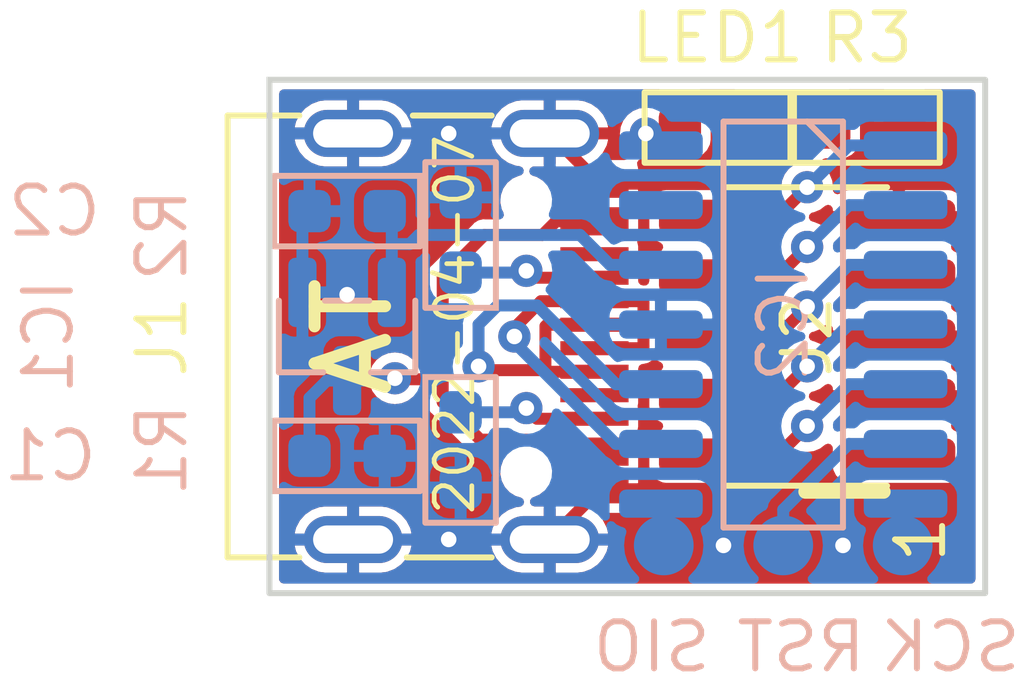
<source format=kicad_pcb>
(kicad_pcb (version 20211014) (generator pcbnew)
  (layers (0 "F.Cu" signal) (31 "B.Cu" signal) (34 "B.Paste" user) (35 "F.Paste" user) (36 "B.SilkS" user "B.Silkscreen") (37 "F.SilkS" user "F.Silkscreen") (38 "B.Mask" user) (39 "F.Mask" user) (44 "Edge.Cuts" user))
  (net 0 "")
  (net 1 "+3V3")
  (net 2 "VBUS")
  (net 3 "/USB_DP")
  (net 4 "/USB_DM")
  (net 5 "/DBG_RESET")
  (net 6 "/DBG_SWCLK")
  (net 7 "/DBG_SWDIO")
  (net 8 "/RESET")
  (net 10 "/DAP_STATUS")
  (net 11 "GND")
  (net 12 "Net-(LED1-Pad2)")
  (net 13 "/SWDIO{slash}TMS")
  (net 14 "/SWCLK{slash}TCK")
  (net 15 "/TDI")
  (net 16 "/TDO")
  (net 17 "Net-(J1-PadCC1)")
  (net 18 "Net-(J1-PadCC2)")
  (footprint "ataradov_smd:0603" (layer "F.Cu") (at 39.624 44.323)
    (fp_text reference "R3" (at 0 -1.905) (layer "F.SilkS") (effects (font (thickness 0.127))))
    (fp_text value "20K")
    (fp_rect (start -1.55 -0.75) (end 1.55 0.75) (layer "F.SilkS") (width 0.127) (fill none))
    (pad "1" smd roundrect (at 0.8 0 90) (size 0.9 0.9) (layers "F.Cu" "F.Paste" "F.Mask") (net 11 "GND"))
    (pad "2" smd roundrect (at -0.8 0 90) (size 0.9 0.9) (layers "F.Cu" "F.Paste" "F.Mask") (net 12 "Net-(LED1-Pad2)"))
  )
  (footprint "ataradov_conn:Header-5x2-1.27mm-SMD" (layer "F.Cu") (at 38.354 48.768 90)
    (fp_text reference "J2" (at 0 0 90) (layer "F.SilkS") (effects (font (thickness 0.127))))
    (fp_text value "Conn-5x2" hide)
    (fp_line (start -3.175 -1.7) (end -3.175 1.7) (layer "F.SilkS") (width 0.127))
    (fp_line (start -3.302 -0.0372) (end -3.302 1.6256) (layer "F.SilkS") (width 0.3))
    (fp_line (start 3.175 -1.7) (end 3.175 1.7) (layer "F.SilkS") (width 0.127))
    (pad "1" smd roundrect (at -2.54 1.95 90) (size 0.74 2.4) (layers "F.Cu" "F.Paste" "F.Mask"))
    (pad "2" smd roundrect (at -2.54 -1.95 90) (size 0.74 2.4) (layers "F.Cu" "F.Paste" "F.Mask") (net 13 "/SWDIO{slash}TMS"))
    (pad "3" smd roundrect (at -1.27 1.95 90) (size 0.74 2.4) (layers "F.Cu" "F.Paste" "F.Mask") (net 11 "GND"))
    (pad "4" smd roundrect (at -1.27 -1.95 90) (size 0.74 2.4) (layers "F.Cu" "F.Paste" "F.Mask") (net 14 "/SWCLK{slash}TCK"))
    (pad "5" smd roundrect (at 0 1.95 90) (size 0.74 2.4) (layers "F.Cu" "F.Paste" "F.Mask") (net 11 "GND"))
    (pad "6" smd roundrect (at 0 -1.95 90) (size 0.74 2.4) (layers "F.Cu" "F.Paste" "F.Mask") (net 16 "/TDO"))
    (pad "7" smd roundrect (at 1.27 1.95 90) (size 0.74 2.4) (layers "F.Cu" "F.Paste" "F.Mask"))
    (pad "8" smd roundrect (at 1.27 -1.95 90) (size 0.74 2.4) (layers "F.Cu" "F.Paste" "F.Mask") (net 15 "/TDI"))
    (pad "9" smd roundrect (at 2.54 1.95 90) (size 0.74 2.4) (layers "F.Cu" "F.Paste" "F.Mask") (net 11 "GND"))
    (pad "10" smd roundrect (at 2.54 -1.95 90) (size 0.74 2.4) (layers "F.Cu" "F.Paste" "F.Mask") (net 8 "/RESET"))
  )
  (footprint "ataradov_smd:0603" (layer "F.Cu") (at 36.449 44.323 180)
    (fp_text reference "LED1" (at 0 1.905) (layer "F.SilkS") (effects (font (thickness 0.127))))
    (fp_text value "Orange")
    (fp_rect (start -1.55 -0.75) (end 1.55 0.75) (layer "F.SilkS") (width 0.127) (fill none))
    (pad "1" smd roundrect (at 0.8 0 270) (size 0.9 0.9) (layers "F.Cu" "F.Paste" "F.Mask") (net 10 "/DAP_STATUS"))
    (pad "2" smd roundrect (at -0.8 0 270) (size 0.9 0.9) (layers "F.Cu" "F.Paste" "F.Mask") (net 12 "Net-(LED1-Pad2)"))
  )
  (footprint "ataradov_conn:USB-C" (layer "F.Cu") (at 28.702 48.768 -90)
    (fp_text reference "J1" (at 0 4.064 90) (layer "F.SilkS") (effects (font (thickness 0.127))))
    (fp_text value "USB-C")
    (fp_line (start 4.7 -2.945) (end 4.7 -1.143) (layer "F.SilkS") (width 0.127))
    (fp_line (start -4.7 1.143) (end -4.7 2.667) (layer "F.SilkS") (width 0.127))
    (fp_line (start 4.699 1.143) (end 4.699 2.667) (layer "F.SilkS") (width 0.127))
    (fp_line (start -4.699 2.667) (end 4.699 2.667) (layer "F.SilkS") (width 0.127))
    (fp_line (start -4.7 -2.945) (end -4.7 -1.27) (layer "F.SilkS") (width 0.127))
    (pad "" np_thru_hole circle (at 2.89 -3.68 270) (size 0.6858 0.6858) (drill 0.6858) (layers F&B.Cu *.Mask))
    (pad "" np_thru_hole circle (at -2.89 -3.68 270) (size 0.6858 0.6858) (drill 0.6858) (layers F&B.Cu *.Mask))
    (pad "CC1" smd rect (at -1.25 -5.131 270) (size 0.3 1.45) (layers "F.Cu" "F.Paste" "F.Mask") (net 17 "Net-(J1-PadCC1)"))
    (pad "CC2" smd rect (at 1.75 -5.131 270) (size 0.3 1.45) (layers "F.Cu" "F.Paste" "F.Mask") (net 18 "Net-(J1-PadCC2)"))
    (pad "D+1" smd rect (at -0.25 -5.131 270) (size 0.3 1.45) (layers "F.Cu" "F.Paste" "F.Mask") (net 3 "/USB_DP"))
    (pad "D+2" smd rect (at 0.75 -5.131 270) (size 0.3 1.45) (layers "F.Cu" "F.Paste" "F.Mask") (net 3 "/USB_DP"))
    (pad "D-1" smd rect (at 0.25 -5.131 270) (size 0.3 1.45) (layers "F.Cu" "F.Paste" "F.Mask") (net 4 "/USB_DM"))
    (pad "D-2" smd rect (at -0.75 -5.131 270) (size 0.3 1.45) (layers "F.Cu" "F.Paste" "F.Mask") (net 4 "/USB_DM"))
    (pad "GND1" smd rect (at -3.25 -5.131 270) (size 0.6 1.45) (layers "F.Cu" "F.Paste" "F.Mask") (net 11 "GND"))
    (pad "GND2" smd rect (at 3.25 -5.131 270) (size 0.6 1.45) (layers "F.Cu" "F.Paste" "F.Mask") (net 11 "GND"))
    (pad "S1" thru_hole oval (at -4.32 0 270) (size 1 2.1) (drill oval 0.6 1.7) (layers *.Cu *.Mask) (net 11 "GND"))
    (pad "S2" thru_hole oval (at 4.32 0 270) (size 1 2.1) (drill oval 0.6 1.7) (layers *.Cu *.Mask) (net 11 "GND"))
    (pad "S3" thru_hole oval (at -4.32 -4.18 270) (size 1 2.1) (drill oval 0.6 1.7) (layers *.Cu *.Mask) (net 11 "GND"))
    (pad "S4" thru_hole oval (at 4.32 -4.18 270) (size 1 2.1) (drill oval 0.6 1.7) (layers *.Cu *.Mask) (net 11 "GND"))
    (pad "SBU1" smd rect (at 1.25 -5.131 270) (size 0.3 1.45) (layers "F.Cu" "F.Paste" "F.Mask"))
    (pad "SBU2" smd rect (at -1.75 -5.131 270) (size 0.3 1.45) (layers "F.Cu" "F.Paste" "F.Mask"))
    (pad "VBUS1" smd rect (at -2.45 -5.131 270) (size 0.6 1.45) (layers "F.Cu" "F.Paste" "F.Mask") (net 2 "VBUS"))
    (pad "VBUS2" smd rect (at 2.45 -5.131 270) (size 0.6 1.45) (layers "F.Cu" "F.Paste" "F.Mask") (net 2 "VBUS"))
  )
  (footprint "ataradov_misc:TestPoint-1.27mm-SMD" (layer "B.Cu") (at 40.386 53.213 180)
    (fp_text reference "TP1" hide)
    (fp_text value "SCK" (at -1.016 -2.159) (layer "B.SilkS") (effects (font (thickness 0.127)) (justify mirror)))
    (pad "1" smd circle (at 0 0 180) (size 1.27 1.27) (layers "B.Cu" "B.Paste" "B.Mask") (net 6 "/DBG_SWCLK"))
  )
  (footprint "ataradov_ic:SOT-23" (layer "B.Cu") (at 28.575 48.768 -90)
    (fp_text reference "IC1" (at 0 6.35 90) (layer "B.SilkS") (effects (font (thickness 0.127)) (justify mirror)))
    (fp_text value "SC662K-3.3")
    (fp_line (start 0.762 -1.45) (end -0.762 -1.45) (layer "B.SilkS") (width 0.127))
    (fp_line (start -0.762 0.471) (end -0.762 -0.471) (layer "B.SilkS") (width 0.127))
    (fp_line (start 0.762 1.45) (end -0.762 1.45) (layer "B.SilkS") (width 0.127))
    (fp_line (start 0.762 -1.45) (end 0.762 -0.508) (layer "B.SilkS") (width 0.127))
    (fp_line (start 0.762 1.45) (end 0.762 0.508) (layer "B.SilkS") (width 0.127))
    (pad "1" smd roundrect (at -0.9375 0.95 270) (size 1.475 0.6) (layers "B.Cu" "B.Paste" "B.Mask") (net 11 "GND"))
    (pad "2" smd roundrect (at -0.9375 -0.95 270) (size 1.475 0.6) (layers "B.Cu" "B.Paste" "B.Mask") (net 1 "+3V3"))
    (pad "3" smd roundrect (at 0.9375 0 270) (size 1.475 0.6) (layers "B.Cu" "B.Paste" "B.Mask") (net 2 "VBUS"))
  )
  (footprint "ataradov_smd:0603" (layer "B.Cu") (at 28.575 51.308)
    (fp_text reference "C1" (at -6.312 0) (layer "B.SilkS") (effects (font (thickness 0.127)) (justify mirror)))
    (fp_text value "1uF")
    (fp_rect (start -1.55 0.75) (end 1.55 -0.75) (layer "B.SilkS") (width 0.127) (fill none))
    (pad "1" smd roundrect (at 0.8 0 270) (size 0.9 0.9) (layers "B.Cu" "B.Paste" "B.Mask") (net 11 "GND"))
    (pad "2" smd roundrect (at -0.8 0 270) (size 0.9 0.9) (layers "B.Cu" "B.Paste" "B.Mask") (net 2 "VBUS"))
  )
  (footprint "ataradov_smd:0603" (layer "B.Cu") (at 30.988 51.181 -90)
    (fp_text reference "R1" (at 0 6.35 90) (layer "B.SilkS") (effects (font (thickness 0.127)) (justify mirror)))
    (fp_text value "5.1K")
    (fp_rect (start -1.55 0.75) (end 1.55 -0.75) (layer "B.SilkS") (width 0.127) (fill none))
    (pad "1" smd roundrect (at 0.8 0 180) (size 0.9 0.9) (layers "B.Cu" "B.Paste" "B.Mask") (net 11 "GND"))
    (pad "2" smd roundrect (at -0.8 0 180) (size 0.9 0.9) (layers "B.Cu" "B.Paste" "B.Mask") (net 18 "Net-(J1-PadCC2)"))
  )
  (footprint "ataradov_smd:0603" (layer "B.Cu") (at 30.988 46.609 90)
    (fp_text reference "R2" (at 0 -6.35 90) (layer "B.SilkS") (effects (font (thickness 0.127)) (justify mirror)))
    (fp_text value "5.1K")
    (fp_rect (start -1.55 0.75) (end 1.55 -0.75) (layer "B.SilkS") (width 0.127) (fill none))
    (pad "1" smd roundrect (at 0.8 0) (size 0.9 0.9) (layers "B.Cu" "B.Paste" "B.Mask") (net 11 "GND"))
    (pad "2" smd roundrect (at -0.8 0) (size 0.9 0.9) (layers "B.Cu" "B.Paste" "B.Mask") (net 17 "Net-(J1-PadCC1)"))
  )
  (footprint "ataradov_misc:TestPoint-1.27mm-SMD" (layer "B.Cu") (at 35.306 53.213 180)
    (fp_text reference "TP3" hide)
    (fp_text value "SIO" (at 0.254 -2.159) (layer "B.SilkS") (effects (font (thickness 0.127)) (justify mirror)))
    (pad "1" smd circle (at 0 0 180) (size 1.27 1.27) (layers "B.Cu" "B.Paste" "B.Mask") (net 7 "/DBG_SWDIO"))
  )
  (footprint "ataradov_smd:0603" (layer "B.Cu") (at 28.575 46.101 180)
    (fp_text reference "C2" (at 6.223 0) (layer "B.SilkS") (effects (font (thickness 0.127)) (justify mirror)))
    (fp_text value "1uF")
    (fp_rect (start -1.55 0.75) (end 1.55 -0.75) (layer "B.SilkS") (width 0.127) (fill none))
    (pad "1" smd roundrect (at 0.8 0 90) (size 0.9 0.9) (layers "B.Cu" "B.Paste" "B.Mask") (net 11 "GND"))
    (pad "2" smd roundrect (at -0.8 0 90) (size 0.9 0.9) (layers "B.Cu" "B.Paste" "B.Mask") (net 1 "+3V3"))
  )
  (footprint "ataradov_misc:TestPoint-1.27mm-SMD" (layer "B.Cu") (at 37.846 53.213 180)
    (fp_text reference "TP2" hide)
    (fp_text value "RST" (at -0.381 -2.159) (layer "B.SilkS") (effects (font (thickness 0.127)) (justify mirror)))
    (pad "1" smd circle (at 0 0 180) (size 1.27 1.27) (layers "B.Cu" "B.Paste" "B.Mask") (net 5 "/DBG_RESET"))
  )
  (footprint "ataradov_ic:SOIC-14" (layer "B.Cu") (at 37.846 48.514 180)
    (fp_text reference "IC2" (at 0 0 90) (layer "B.SilkS") (effects (font (thickness 0.127)) (justify mirror)))
    (fp_text value "ATSAMD11C")
    (fp_line (start 1.27 -4.318) (end 1.27 4.318) (layer "B.SilkS") (width 0.127))
    (fp_line (start 1.27 -4.318) (end -1.27 -4.318) (layer "B.SilkS") (width 0.127))
    (fp_line (start -1.27 -4.318) (end -1.27 4.318) (layer "B.SilkS") (width 0.127))
    (fp_line (start 1.27 4.318) (end -1.27 4.318) (layer "B.SilkS") (width 0.127))
    (fp_line (start -0.508 4.318) (end -1.27 3.556) (layer "B.SilkS") (width 0.127))
    (pad "1" smd roundrect (at -2.6 3.81 180) (size 1.778 0.6) (layers "B.Cu" "B.Paste" "B.Mask") (net 8 "/RESET"))
    (pad "2" smd roundrect (at -2.6 2.54 180) (size 1.778 0.6) (layers "B.Cu" "B.Paste" "B.Mask") (net 15 "/TDI"))
    (pad "3" smd roundrect (at -2.6 1.27 180) (size 1.778 0.6) (layers "B.Cu" "B.Paste" "B.Mask") (net 16 "/TDO"))
    (pad "4" smd roundrect (at -2.6 0 180) (size 1.778 0.6) (layers "B.Cu" "B.Paste" "B.Mask") (net 14 "/SWCLK{slash}TCK"))
    (pad "5" smd roundrect (at -2.6 -1.27 180) (size 1.778 0.6) (layers "B.Cu" "B.Paste" "B.Mask") (net 13 "/SWDIO{slash}TMS"))
    (pad "6" smd roundrect (at -2.6 -2.54 180) (size 1.778 0.6) (layers "B.Cu" "B.Paste" "B.Mask") (net 5 "/DBG_RESET"))
    (pad "7" smd roundrect (at -2.6 -3.81 180) (size 1.778 0.6) (layers "B.Cu" "B.Paste" "B.Mask") (net 6 "/DBG_SWCLK"))
    (pad "8" smd roundrect (at 2.6 -3.81 180) (size 1.778 0.6) (layers "B.Cu" "B.Paste" "B.Mask") (net 7 "/DBG_SWDIO"))
    (pad "9" smd roundrect (at 2.6 -2.54 180) (size 1.778 0.6) (layers "B.Cu" "B.Paste" "B.Mask") (net 4 "/USB_DM"))
    (pad "10" smd roundrect (at 2.6 -1.27 180) (size 1.778 0.6) (layers "B.Cu" "B.Paste" "B.Mask") (net 3 "/USB_DP"))
    (pad "11" smd roundrect (at 2.6 0 180) (size 1.778 0.6) (layers "B.Cu" "B.Paste" "B.Mask") (net 11 "GND"))
    (pad "12" smd roundrect (at 2.6 1.27 180) (size 1.778 0.6) (layers "B.Cu" "B.Paste" "B.Mask") (net 1 "+3V3"))
    (pad "13" smd roundrect (at 2.6 2.54 180) (size 1.778 0.6) (layers "B.Cu" "B.Paste" "B.Mask"))
    (pad "14" smd roundrect (at 2.6 3.81 180) (size 1.778 0.6) (layers "B.Cu" "B.Paste" "B.Mask") (net 10 "/DAP_STATUS"))
  )
  (gr_rect (start 26.924 43.307) (end 42.1386 54.229) (layer "Edge.Cuts") (width 0.127) (fill none))
  (gr_text "2022-04-07" (at 30.861 48.514 90) (layer "F.SilkS") (effects (font (size 0.8 0.8) (thickness 0.1))))
  (gr_text "1" (at 40.767 53.086 90) (layer "F.SilkS") (effects (font (size 1 1) (thickness 0.127))))
  (gr_text "AT" (at 28.702 48.768 -270) (layer "F.SilkS") (effects (font (size 1.5 1.5) (thickness 0.254))))
  (segment (start 29.906 46.802) (end 29.525 46.802) (width 0.254) (layer "B.Cu") (net 1))
  (segment (start 29.525 46.251) (end 29.525 46.802) (width 0.254) (layer "B.Cu") (net 1))
  (segment (start 34.163 47.244) (end 33.528 46.609) (width 0.254) (layer "B.Cu") (net 1))
  (segment (start 29.375 46.101) (end 29.525 46.251) (width 0.254) (layer "B.Cu") (net 1))
  (segment (start 29.525 46.802) (end 29.525 47.8305) (width 0.254) (layer "B.Cu") (net 1))
  (segment (start 33.528 46.609) (end 30.099 46.609) (width 0.254) (layer "B.Cu") (net 1))
  (segment (start 30.099 46.609) (end 29.906 46.802) (width 0.254) (layer "B.Cu") (net 1))
  (segment (start 35.246 47.244) (end 34.163 47.244) (width 0.254) (layer "B.Cu") (net 1))
  (segment (start 31.496 46.609) (end 30.607 47.498) (width 0.254) (layer "F.Cu") (net 2))
  (segment (start 29.613128 49.679128) (end 30.607 49.679128) (width 0.254) (layer "F.Cu") (net 2))
  (segment (start 33.833 46.318) (end 33.018 46.318) (width 0.254) (layer "F.Cu") (net 2))
  (segment (start 32.93 51.218) (end 33.833 51.218) (width 0.254) (layer "F.Cu") (net 2))
  (segment (start 30.607 49.679128) (end 30.607 50.165) (width 0.254) (layer "F.Cu") (net 2))
  (segment (start 32.727 46.609) (end 31.496 46.609) (width 0.254) (layer "F.Cu") (net 2))
  (segment (start 33.018 46.318) (end 32.727 46.609) (width 0.254) (layer "F.Cu") (net 2))
  (segment (start 32.67402 50.96202) (end 32.93 51.218) (width 0.254) (layer "F.Cu") (net 2))
  (segment (start 30.607 47.498) (end 30.607 49.679128) (width 0.254) (layer "F.Cu") (net 2))
  (segment (start 30.607 50.165) (end 31.40402 50.96202) (width 0.254) (layer "F.Cu") (net 2))
  (segment (start 29.591 49.657) (end 29.613128 49.679128) (width 0.254) (layer "F.Cu") (net 2))
  (segment (start 31.40402 50.96202) (end 32.67402 50.96202) (width 0.254) (layer "F.Cu") (net 2))
  (via (at 29.591 49.657) (size 0.6858) (drill 0.3302) (layers "F.Cu" "B.Cu") (net 2))
  (segment (start 29.5425 49.7055) (end 28.575 49.7055) (width 0.254) (layer "B.Cu") (net 2))
  (segment (start 27.775 50.076) (end 28.1455 49.7055) (width 0.254) (layer "B.Cu") (net 2))
  (segment (start 27.775 51.308) (end 27.775 50.076) (width 0.254) (layer "B.Cu") (net 2))
  (segment (start 28.1455 49.7055) (end 28.575 49.7055) (width 0.254) (layer "B.Cu") (net 2))
  (segment (start 29.591 49.657) (end 29.5425 49.7055) (width 0.254) (layer "B.Cu") (net 2))
  (segment (start 32.823978 49.518) (end 33.833 49.518) (width 0.254) (layer "F.Cu") (net 3))
  (segment (start 32.790989 49.485011) (end 32.823978 49.518) (width 0.254) (layer "F.Cu") (net 3))
  (segment (start 32.790989 48.550989) (end 32.790989 49.485011) (width 0.254) (layer "F.Cu") (net 3))
  (segment (start 31.451011 49.485011) (end 32.790989 49.485011) (width 0.254) (layer "F.Cu") (net 3))
  (segment (start 33.833 48.518) (end 32.823978 48.518) (width 0.254) (layer "F.Cu") (net 3))
  (segment (start 32.823978 48.518) (end 32.790989 48.550989) (width 0.254) (layer "F.Cu") (net 3))
  (segment (start 31.369 49.403) (end 31.451011 49.485011) (width 0.254) (layer "F.Cu") (net 3))
  (via (at 31.369 49.403) (size 0.6858) (drill 0.3302) (layers "F.Cu" "B.Cu") (net 3))
  (segment (start 31.774911 48.108089) (end 32.614089 48.108089) (width 0.254) (layer "B.Cu") (net 3))
  (segment (start 31.369 49.403) (end 31.369 48.514) (width 0.254) (layer "B.Cu") (net 3))
  (segment (start 34.29 49.784) (end 35.246 49.784) (width 0.254) (layer "B.Cu") (net 3))
  (segment (start 32.614089 48.108089) (end 34.29 49.784) (width 0.254) (layer "B.Cu") (net 3))
  (segment (start 31.369 48.514) (end 31.774911 48.108089) (width 0.254) (layer "B.Cu") (net 3))
  (segment (start 32.131 48.768) (end 32.131 48.583038) (width 0.254) (layer "F.Cu") (net 4))
  (segment (start 34.875011 48.985011) (end 34.875011 48.050989) (width 0.254) (layer "F.Cu") (net 4))
  (segment (start 34.842022 49.018) (end 34.875011 48.985011) (width 0.254) (layer "F.Cu") (net 4))
  (segment (start 32.131 48.583038) (end 32.696038 48.018) (width 0.254) (layer "F.Cu") (net 4))
  (segment (start 34.875011 48.050989) (end 34.842022 48.018) (width 0.254) (layer "F.Cu") (net 4))
  (segment (start 32.696038 48.018) (end 33.833 48.018) (width 0.254) (layer "F.Cu") (net 4))
  (segment (start 34.842022 48.018) (end 33.833 48.018) (width 0.254) (layer "F.Cu") (net 4))
  (segment (start 33.833 49.018) (end 34.842022 49.018) (width 0.254) (layer "F.Cu") (net 4))
  (via (at 32.131 48.768) (size 0.6858) (drill 0.3302) (layers "F.Cu" "B.Cu") (net 4))
  (segment (start 32.131 48.768) (end 32.131 48.895) (width 0.254) (layer "B.Cu") (net 4))
  (segment (start 32.131 48.895) (end 34.29 51.054) (width 0.254) (layer "B.Cu") (net 4))
  (segment (start 34.29 51.054) (end 35.246 51.054) (width 0.254) (layer "B.Cu") (net 4))
  (segment (start 39.243 51.054) (end 37.846 52.451) (width 0.254) (layer "B.Cu") (net 5))
  (segment (start 40.446 51.054) (end 39.243 51.054) (width 0.254) (layer "B.Cu") (net 5))
  (segment (start 37.846 52.451) (end 37.846 53.213) (width 0.254) (layer "B.Cu") (net 5))
  (segment (start 36.404 46.228) (end 37.719 46.228) (width 0.254) (layer "F.Cu") (net 8))
  (segment (start 37.719 46.228) (end 38.354 45.593) (width 0.254) (layer "F.Cu") (net 8))
  (via (at 38.354 45.593) (size 0.6858) (drill 0.3302) (layers "F.Cu" "B.Cu") (net 8))
  (segment (start 38.354 45.593) (end 39.243 44.704) (width 0.254) (layer "B.Cu") (net 8))
  (segment (start 39.243 44.704) (end 40.446 44.704) (width 0.254) (layer "B.Cu") (net 8))
  (via (at 34.925 44.45) (size 0.6858) (drill 0.3302) (layers "F.Cu" "B.Cu") (net 10))
  (segment (start 33.833 52.018) (end 33.833 52.137) (width 0.254) (layer "F.Cu") (net 11))
  (segment (start 33.833 45.518) (end 33.833 45.399) (width 0.254) (layer "F.Cu") (net 11))
  (segment (start 33.833 52.137) (end 32.882 53.088) (width 0.254) (layer "F.Cu") (net 11))
  (segment (start 33.833 45.399) (end 32.882 44.448) (width 0.254) (layer "F.Cu") (net 11))
  (via (at 28.575 47.879) (size 0.6858) (drill 0.3302) (layers "F.Cu" "B.Cu") (net 11))
  (via (at 30.734 53.086) (size 0.6858) (drill 0.3302) (layers "F.Cu" "B.Cu") (net 11))
  (via (at 30.734 44.45) (size 0.6858) (drill 0.3302) (layers "F.Cu" "B.Cu") (net 11))
  (via (at 36.576 53.213) (size 0.6858) (drill 0.3302) (layers "F.Cu" "B.Cu") (net 11))
  (via (at 39.116 53.213) (size 0.6858) (drill 0.3302) (layers "F.Cu" "B.Cu") (net 11))
  (segment (start 27.625 46.251) (end 27.775 46.101) (width 0.254) (layer "B.Cu") (net 11))
  (segment (start 27.625 47.8305) (end 27.625 46.251) (width 0.254) (layer "B.Cu") (net 11))
  (segment (start 37.249 44.323) (end 38.824 44.323) (width 0.254) (layer "F.Cu") (net 12))
  (segment (start 36.404 51.308) (end 37.719 51.308) (width 0.254) (layer "F.Cu") (net 13))
  (segment (start 37.719 51.308) (end 38.354 50.673) (width 0.254) (layer "F.Cu") (net 13))
  (via (at 38.354 50.673) (size 0.6858) (drill 0.3302) (layers "F.Cu" "B.Cu") (net 13))
  (segment (start 39.243 49.784) (end 40.446 49.784) (width 0.254) (layer "B.Cu") (net 13))
  (segment (start 38.354 50.673) (end 39.243 49.784) (width 0.254) (layer "B.Cu") (net 13))
  (segment (start 37.719 50.038) (end 38.354 49.403) (width 0.254) (layer "F.Cu") (net 14))
  (segment (start 36.404 50.038) (end 37.719 50.038) (width 0.254) (layer "F.Cu") (net 14))
  (via (at 38.354 49.403) (size 0.6858) (drill 0.3302) (layers "F.Cu" "B.Cu") (net 14))
  (segment (start 39.243 48.514) (end 40.446 48.514) (width 0.254) (layer "B.Cu") (net 14))
  (segment (start 38.354 49.403) (end 39.243 48.514) (width 0.254) (layer "B.Cu") (net 14))
  (segment (start 37.719 47.498) (end 38.354 46.863) (width 0.254) (layer "F.Cu") (net 15))
  (segment (start 36.404 47.498) (end 37.719 47.498) (width 0.254) (layer "F.Cu") (net 15))
  (via (at 38.354 46.863) (size 0.6858) (drill 0.3302) (layers "F.Cu" "B.Cu") (net 15))
  (segment (start 39.243 45.974) (end 40.446 45.974) (width 0.254) (layer "B.Cu") (net 15))
  (segment (start 38.354 46.863) (end 39.243 45.974) (width 0.254) (layer "B.Cu") (net 15))
  (segment (start 36.404 48.768) (end 37.719 48.768) (width 0.254) (layer "F.Cu") (net 16))
  (segment (start 37.719 48.768) (end 38.354 48.133) (width 0.254) (layer "F.Cu") (net 16))
  (via (at 38.354 48.133) (size 0.6858) (drill 0.3302) (layers "F.Cu" "B.Cu") (net 16))
  (segment (start 38.354 48.133) (end 39.243 47.244) (width 0.254) (layer "B.Cu") (net 16))
  (segment (start 39.243 47.244) (end 40.446 47.244) (width 0.254) (layer "B.Cu") (net 16))
  (segment (start 32.532 47.518) (end 32.385 47.371) (width 0.254) (layer "F.Cu") (net 17))
  (segment (start 33.833 47.518) (end 32.532 47.518) (width 0.254) (layer "F.Cu") (net 17))
  (via (at 32.385 47.371) (size 0.6858) (drill 0.3302) (layers "F.Cu" "B.Cu") (net 17))
  (segment (start 32.347 47.409) (end 32.385 47.371) (width 0.254) (layer "B.Cu") (net 17))
  (segment (start 30.988 47.409) (end 32.347 47.409) (width 0.254) (layer "B.Cu") (net 17))
  (segment (start 32.611 50.518) (end 33.833 50.518) (width 0.254) (layer "F.Cu") (net 18))
  (segment (start 32.385 50.292) (end 32.611 50.518) (width 0.254) (layer "F.Cu") (net 18))
  (via (at 32.385 50.292) (size 0.6858) (drill 0.3302) (layers "F.Cu" "B.Cu") (net 18))
  (segment (start 32.296 50.381) (end 32.385 50.292) (width 0.254) (layer "B.Cu") (net 18))
  (segment (start 30.988 50.381) (end 32.296 50.381) (width 0.254) (layer "B.Cu") (net 18))
  (zone (net 11) (net_name "GND") (layer "F.Cu") (connect_pads (clearance 0.2032)) (min_thickness 0.2032) (fill yes (thermal_gap 0.2032) (thermal_bridge_width 0.254))
    (polygon (pts (xy 42.1386 54.229) (xy 26.924 54.229) (xy 26.924 43.307) (xy 42.1386 43.307)))
  )
  (zone (net 11) (net_name "GND") (layer "B.Cu") (connect_pads (clearance 0.2032)) (min_thickness 0.2032) (fill yes (thermal_gap 0.2032) (thermal_bridge_width 0.254))
    (polygon (pts (xy 42.164 54.229) (xy 26.924 54.229) (xy 26.924 43.307) (xy 42.164 43.307)))
  )
)
</source>
